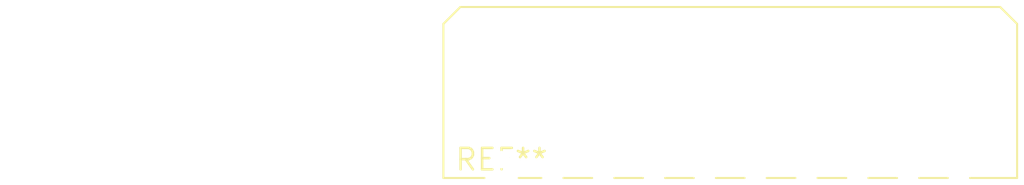
<source format=kicad_pcb>
(kicad_pcb (version 20240108) (generator pcbnew)
  (layers (0 "F.Cu" signal) (31 "B.Cu" signal) (34 "B.Paste" user) (35 "F.Paste" user) (36 "B.SilkS" user "B.Silkscreen") (37 "F.SilkS" user "F.Silkscreen") (38 "B.Mask" user) (39 "F.Mask" user) (44 "Edge.Cuts" user))
  (net 0 "")
  (footprint "Molex_Micro-Fit_3.0_43650-1000_1x10_P3.00mm_Horizontal" (layer "F.Cu") (at 0 0)
    (property "Reference" "REF**")
    (property "Value" "Molex_Micro-Fit_3.0_43650-1000_1x10_P3.00mm_Horizontal")
    (fp_line (start -3.435 -8.03) (end -2.435 -9.03) (layer "F.SilkS") (stroke (width 0.12)))
    (fp_line (start -3.435 1.09) (end -3.435 -8.03) (layer "F.SilkS") (stroke (width 0.12)))
    (fp_line (start -3.435 1.09) (end -1.01 1.09) (layer "F.SilkS") (stroke (width 0.12)))
    (fp_line (start -2.435 -9.03) (end 29.435 -9.03) (layer "F.SilkS") (stroke (width 0.12)))
    (fp_line (start 1.01 1.09) (end 2.348233 1.09) (layer "F.SilkS") (stroke (width 0.12)))
    (fp_line (start 3.651767 1.09) (end 5.348233 1.09) (layer "F.SilkS") (stroke (width 0.12)))
    (fp_line (start 6.651767 1.09) (end 8.348233 1.09) (layer "F.SilkS") (stroke (width 0.12)))
    (fp_line (start 9.651767 1.09) (end 11.348233 1.09) (layer "F.SilkS") (stroke (width 0.12)))
    (fp_line (start 12.651767 1.09) (end 14.348233 1.09) (layer "F.SilkS") (stroke (width 0.12)))
    (fp_line (start 15.651767 1.09) (end 17.348233 1.09) (layer "F.SilkS") (stroke (width 0.12)))
    (fp_line (start 18.651767 1.09) (end 20.348233 1.09) (layer "F.SilkS") (stroke (width 0.12)))
    (fp_line (start 21.651767 1.09) (end 23.348233 1.09) (layer "F.SilkS") (stroke (width 0.12)))
    (fp_line (start 24.651767 1.09) (end 26.348233 1.09) (layer "F.SilkS") (stroke (width 0.12)))
    (fp_line (start 29.435 -9.03) (end 30.435 -8.03) (layer "F.SilkS") (stroke (width 0.12)))
    (fp_line (start 30.435 -8.03) (end 30.435 1.09) (layer "F.SilkS") (stroke (width 0.12)))
    (fp_line (start 30.435 1.09) (end 27.651767 1.09) (layer "F.SilkS") (stroke (width 0.12)))
    (pad "" np_thru_hole circle (at 2.15 -4.32) (size 3 3) (drill 3) (layers *.Cu *.Mask))
    (pad "" np_thru_hole circle (at 24.85 -4.32) (size 3 3) (drill 3) (layers *.Cu *.Mask))
    (pad "1" thru_hole roundrect (at 0 0) (size 1.5 2.02) (drill 1.02) (layers *.Cu *.Mask) (remove_unused_layers) (roundrect_rratio 0.166667))
    (pad "2" thru_hole oval (at 3 0) (size 1.5 2.02) (drill 1.02) (layers *.Cu *.Mask) (remove_unused_layers))
    (pad "3" thru_hole oval (at 6 0) (size 1.5 2.02) (drill 1.02) (layers *.Cu *.Mask) (remove_unused_layers))
    (pad "4" thru_hole oval (at 9 0) (size 1.5 2.02) (drill 1.02) (layers *.Cu *.Mask) (remove_unused_layers))
    (pad "5" thru_hole oval (at 12 0) (size 1.5 2.02) (drill 1.02) (layers *.Cu *.Mask) (remove_unused_layers))
    (pad "6" thru_hole oval (at 15 0) (size 1.5 2.02) (drill 1.02) (layers *.Cu *.Mask) (remove_unused_layers))
    (pad "7" thru_hole oval (at 18 0) (size 1.5 2.02) (drill 1.02) (layers *.Cu *.Mask) (remove_unused_layers))
    (pad "8" thru_hole oval (at 21 0) (size 1.5 2.02) (drill 1.02) (layers *.Cu *.Mask) (remove_unused_layers))
    (pad "9" thru_hole oval (at 24 0) (size 1.5 2.02) (drill 1.02) (layers *.Cu *.Mask) (remove_unused_layers))
    (pad "10" thru_hole oval (at 27 0) (size 1.5 2.02) (drill 1.02) (layers *.Cu *.Mask) (remove_unused_layers))
  )
)
</source>
